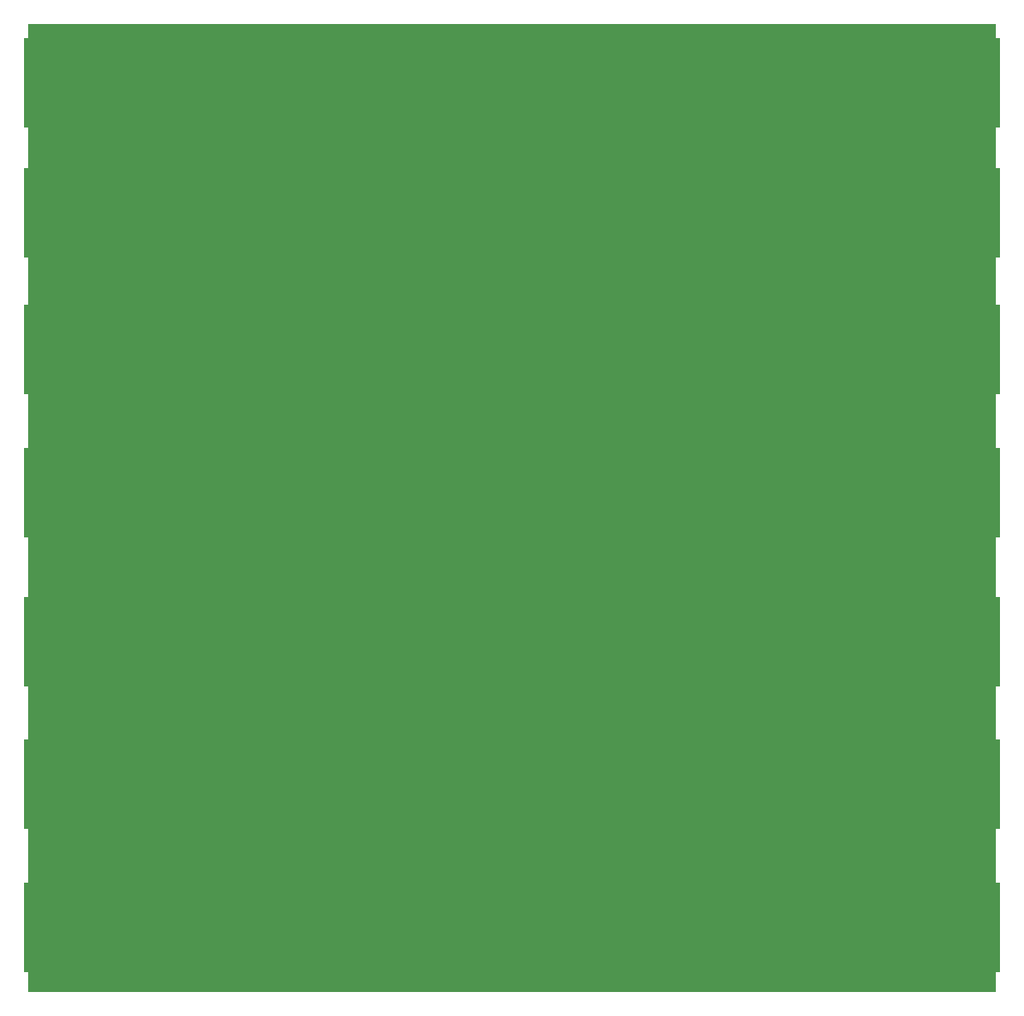
<source format=gbl>
G04 EAGLE Gerber RS-274X export*
G75*
%MOMM*%
%FSLAX34Y34*%
%LPD*%
%INBottom Copper Layer*%
%IPPOS*%
%AMOC8*
5,1,8,0,0,1.08239X$1,22.5*%
G01*
%ADD10C,0.554000*%
%ADD11R,4.572000X9.144000*%
%ADD12C,0.704000*%

G36*
X992398Y3814D02*
X992398Y3814D01*
X992417Y3812D01*
X992519Y3834D01*
X992621Y3850D01*
X992638Y3860D01*
X992658Y3864D01*
X992747Y3917D01*
X992838Y3966D01*
X992852Y3980D01*
X992869Y3990D01*
X992936Y4069D01*
X993008Y4144D01*
X993016Y4162D01*
X993029Y4177D01*
X993068Y4273D01*
X993111Y4367D01*
X993113Y4387D01*
X993121Y4405D01*
X993139Y4572D01*
X993139Y992378D01*
X993136Y992398D01*
X993138Y992417D01*
X993116Y992519D01*
X993100Y992621D01*
X993090Y992638D01*
X993086Y992658D01*
X993033Y992747D01*
X992984Y992838D01*
X992970Y992852D01*
X992960Y992869D01*
X992881Y992936D01*
X992806Y993008D01*
X992788Y993016D01*
X992773Y993029D01*
X992677Y993068D01*
X992583Y993111D01*
X992563Y993113D01*
X992545Y993121D01*
X992378Y993139D01*
X4572Y993139D01*
X4552Y993136D01*
X4533Y993138D01*
X4431Y993116D01*
X4329Y993100D01*
X4312Y993090D01*
X4292Y993086D01*
X4203Y993033D01*
X4112Y992984D01*
X4098Y992970D01*
X4081Y992960D01*
X4014Y992881D01*
X3942Y992806D01*
X3934Y992788D01*
X3921Y992773D01*
X3882Y992677D01*
X3839Y992583D01*
X3837Y992563D01*
X3829Y992545D01*
X3811Y992378D01*
X3811Y4572D01*
X3814Y4552D01*
X3812Y4533D01*
X3834Y4431D01*
X3850Y4329D01*
X3860Y4312D01*
X3864Y4292D01*
X3917Y4203D01*
X3966Y4112D01*
X3980Y4098D01*
X3990Y4081D01*
X4069Y4014D01*
X4144Y3942D01*
X4162Y3934D01*
X4177Y3921D01*
X4273Y3882D01*
X4367Y3839D01*
X4387Y3837D01*
X4405Y3829D01*
X4572Y3811D01*
X992378Y3811D01*
X992398Y3814D01*
G37*
D10*
X990600Y53340D03*
X957580Y83820D03*
X957580Y55880D03*
X990600Y86360D03*
X985520Y109220D03*
X960120Y109220D03*
X985520Y30480D03*
X960120Y30480D03*
X972820Y30480D03*
X972820Y109220D03*
X974090Y83820D03*
X974090Y55880D03*
D11*
X974090Y69850D03*
D10*
X11430Y86360D03*
X11430Y53340D03*
X36830Y86360D03*
X36830Y53340D03*
X11430Y30480D03*
X36830Y30480D03*
X11430Y109220D03*
X36830Y109220D03*
X24130Y109220D03*
X24130Y30480D03*
X24130Y53340D03*
X24130Y86360D03*
D11*
X22860Y69850D03*
D10*
X990600Y199390D03*
X957580Y229870D03*
X957580Y201930D03*
X990600Y232410D03*
X985520Y255270D03*
X960120Y255270D03*
X985520Y176530D03*
X960120Y176530D03*
X972820Y176530D03*
X972820Y255270D03*
X974090Y229870D03*
X974090Y201930D03*
D11*
X974090Y215900D03*
D10*
X11430Y232410D03*
X11430Y199390D03*
X36830Y232410D03*
X36830Y199390D03*
X11430Y176530D03*
X36830Y176530D03*
X11430Y255270D03*
X36830Y255270D03*
X24130Y255270D03*
X24130Y176530D03*
X24130Y199390D03*
X24130Y232410D03*
D11*
X22860Y215900D03*
D10*
X990600Y497840D03*
X957580Y528320D03*
X957580Y500380D03*
X990600Y530860D03*
X985520Y553720D03*
X960120Y553720D03*
X985520Y474980D03*
X960120Y474980D03*
X972820Y474980D03*
X972820Y553720D03*
X974090Y528320D03*
X974090Y500380D03*
D11*
X974090Y514350D03*
D10*
X11430Y530860D03*
X11430Y497840D03*
X36830Y530860D03*
X36830Y497840D03*
X11430Y474980D03*
X36830Y474980D03*
X11430Y553720D03*
X36830Y553720D03*
X24130Y553720D03*
X24130Y474980D03*
X24130Y497840D03*
X24130Y530860D03*
D11*
X22860Y514350D03*
D10*
X990600Y643890D03*
X957580Y674370D03*
X957580Y646430D03*
X990600Y676910D03*
X985520Y699770D03*
X960120Y699770D03*
X985520Y621030D03*
X960120Y621030D03*
X972820Y621030D03*
X972820Y699770D03*
X974090Y674370D03*
X974090Y646430D03*
D11*
X974090Y660400D03*
D10*
X11430Y676910D03*
X11430Y643890D03*
X36830Y676910D03*
X36830Y643890D03*
X11430Y621030D03*
X36830Y621030D03*
X11430Y699770D03*
X36830Y699770D03*
X24130Y699770D03*
X24130Y621030D03*
X24130Y643890D03*
X24130Y676910D03*
D11*
X22860Y660400D03*
D10*
X11430Y816610D03*
X11430Y783590D03*
X36830Y816610D03*
X36830Y783590D03*
X11430Y760730D03*
X36830Y760730D03*
X11430Y839470D03*
X36830Y839470D03*
X24130Y839470D03*
X24130Y760730D03*
X24130Y783590D03*
X24130Y816610D03*
D11*
X22860Y800100D03*
D10*
X990600Y783590D03*
X957580Y814070D03*
X957580Y786130D03*
X990600Y816610D03*
X985520Y839470D03*
X960120Y839470D03*
X985520Y760730D03*
X960120Y760730D03*
X972820Y760730D03*
X972820Y839470D03*
X974090Y814070D03*
X974090Y786130D03*
D11*
X974090Y800100D03*
D10*
X11430Y949960D03*
X11430Y916940D03*
X36830Y949960D03*
X36830Y916940D03*
X11430Y894080D03*
X36830Y894080D03*
X11430Y972820D03*
X36830Y972820D03*
X24130Y972820D03*
X24130Y894080D03*
X24130Y916940D03*
X24130Y949960D03*
D11*
X22860Y933450D03*
D10*
X990600Y916940D03*
X957580Y947420D03*
X957580Y919480D03*
X990600Y949960D03*
X985520Y972820D03*
X960120Y972820D03*
X985520Y894080D03*
X960120Y894080D03*
X972820Y894080D03*
X972820Y972820D03*
X974090Y947420D03*
X974090Y919480D03*
D11*
X974090Y933450D03*
D10*
X11430Y378460D03*
X11430Y345440D03*
X36830Y378460D03*
X36830Y345440D03*
X11430Y322580D03*
X36830Y322580D03*
X11430Y401320D03*
X36830Y401320D03*
X24130Y401320D03*
X24130Y322580D03*
X24130Y345440D03*
X24130Y378460D03*
D11*
X22860Y361950D03*
D10*
X990600Y345440D03*
X957580Y375920D03*
X957580Y347980D03*
X990600Y378460D03*
X985520Y401320D03*
X960120Y401320D03*
X985520Y322580D03*
X960120Y322580D03*
X972820Y322580D03*
X972820Y401320D03*
X974090Y375920D03*
X974090Y347980D03*
D11*
X974090Y361950D03*
D12*
X57150Y952500D03*
X82550Y952500D03*
X107950Y952500D03*
X133350Y952500D03*
X158750Y952500D03*
X184150Y952500D03*
X209550Y952500D03*
X234950Y952500D03*
X260350Y952500D03*
X285750Y952500D03*
X311150Y952500D03*
X336550Y952500D03*
X361950Y952500D03*
X387350Y952500D03*
X412750Y952500D03*
X438150Y952500D03*
X463550Y952500D03*
X488950Y952500D03*
X514350Y952500D03*
X539750Y952500D03*
X565150Y952500D03*
X590550Y952500D03*
X615950Y952500D03*
X641350Y952500D03*
X666750Y952500D03*
X692150Y952500D03*
X717550Y952500D03*
X742950Y952500D03*
X768350Y952500D03*
X793750Y952500D03*
X819150Y952500D03*
X844550Y952500D03*
X869950Y952500D03*
X895350Y952500D03*
X920750Y952500D03*
X946150Y952500D03*
X57150Y914400D03*
X82550Y914400D03*
X107950Y914400D03*
X133350Y914400D03*
X158750Y914400D03*
X184150Y914400D03*
X209550Y914400D03*
X234950Y914400D03*
X260350Y914400D03*
X285750Y914400D03*
X311150Y914400D03*
X336550Y914400D03*
X361950Y914400D03*
X387350Y914400D03*
X412750Y914400D03*
X438150Y914400D03*
X463550Y914400D03*
X488950Y914400D03*
X514350Y914400D03*
X539750Y914400D03*
X565150Y914400D03*
X590550Y914400D03*
X615950Y914400D03*
X641350Y914400D03*
X666750Y914400D03*
X692150Y914400D03*
X717550Y914400D03*
X742950Y914400D03*
X768350Y914400D03*
X793750Y914400D03*
X819150Y914400D03*
X844550Y914400D03*
X869950Y914400D03*
X895350Y914400D03*
X920750Y914400D03*
X946150Y914400D03*
X57150Y819150D03*
X82550Y819150D03*
X107950Y819150D03*
X133350Y819150D03*
X158750Y819150D03*
X184150Y819150D03*
X209550Y819150D03*
X234950Y819150D03*
X260350Y819150D03*
X285750Y819150D03*
X311150Y819150D03*
X336550Y819150D03*
X361950Y819150D03*
X387350Y819150D03*
X412750Y819150D03*
X438150Y819150D03*
X463550Y819150D03*
X488950Y819150D03*
X514350Y819150D03*
X539750Y819150D03*
X565150Y819150D03*
X590550Y819150D03*
X615950Y819150D03*
X641350Y819150D03*
X666750Y819150D03*
X692150Y819150D03*
X717550Y819150D03*
X742950Y819150D03*
X768350Y819150D03*
X793750Y819150D03*
X819150Y819150D03*
X844550Y819150D03*
X869950Y819150D03*
X895350Y819150D03*
X920750Y819150D03*
X946150Y819150D03*
X57150Y781050D03*
X82550Y781050D03*
X107950Y781050D03*
X133350Y781050D03*
X158750Y781050D03*
X184150Y781050D03*
X209550Y781050D03*
X234950Y781050D03*
X260350Y781050D03*
X285750Y781050D03*
X311150Y781050D03*
X336550Y781050D03*
X361950Y781050D03*
X387350Y781050D03*
X412750Y781050D03*
X438150Y781050D03*
X463550Y781050D03*
X488950Y781050D03*
X514350Y781050D03*
X539750Y781050D03*
X565150Y781050D03*
X590550Y781050D03*
X615950Y781050D03*
X641350Y781050D03*
X666750Y781050D03*
X692150Y781050D03*
X717550Y781050D03*
X742950Y781050D03*
X768350Y781050D03*
X793750Y781050D03*
X819150Y781050D03*
X844550Y781050D03*
X869950Y781050D03*
X895350Y781050D03*
X920750Y781050D03*
X946150Y781050D03*
X57150Y679450D03*
X82550Y679450D03*
X107950Y679450D03*
X133350Y679450D03*
X158750Y679450D03*
X184150Y679450D03*
X209550Y679450D03*
X234950Y679450D03*
X260350Y679450D03*
X285750Y679450D03*
X311150Y679450D03*
X336550Y679450D03*
X361950Y679450D03*
X387350Y679450D03*
X412750Y679450D03*
X438150Y679450D03*
X463550Y679450D03*
X488950Y679450D03*
X514350Y679450D03*
X539750Y679450D03*
X565150Y679450D03*
X590550Y679450D03*
X615950Y679450D03*
X641350Y679450D03*
X666750Y679450D03*
X692150Y679450D03*
X717550Y679450D03*
X742950Y679450D03*
X768350Y679450D03*
X793750Y679450D03*
X819150Y679450D03*
X844550Y679450D03*
X869950Y679450D03*
X895350Y679450D03*
X920750Y679450D03*
X946150Y679450D03*
X57150Y641350D03*
X82550Y641350D03*
X107950Y641350D03*
X133350Y641350D03*
X158750Y641350D03*
X184150Y641350D03*
X209550Y641350D03*
X234950Y641350D03*
X260350Y641350D03*
X285750Y641350D03*
X311150Y641350D03*
X336550Y641350D03*
X361950Y641350D03*
X387350Y641350D03*
X412750Y641350D03*
X438150Y641350D03*
X463550Y641350D03*
X488950Y641350D03*
X514350Y641350D03*
X539750Y641350D03*
X565150Y641350D03*
X590550Y641350D03*
X615950Y641350D03*
X641350Y641350D03*
X666750Y641350D03*
X692150Y641350D03*
X717550Y641350D03*
X742950Y641350D03*
X768350Y641350D03*
X793750Y641350D03*
X819150Y641350D03*
X844550Y641350D03*
X869950Y641350D03*
X895350Y641350D03*
X920750Y641350D03*
X946150Y641350D03*
X57150Y533400D03*
X82550Y533400D03*
X107950Y533400D03*
X133350Y533400D03*
X158750Y533400D03*
X184150Y533400D03*
X209550Y533400D03*
X234950Y533400D03*
X260350Y533400D03*
X285750Y533400D03*
X311150Y533400D03*
X336550Y533400D03*
X361950Y533400D03*
X387350Y533400D03*
X412750Y533400D03*
X438150Y533400D03*
X463550Y533400D03*
X488950Y533400D03*
X514350Y533400D03*
X539750Y533400D03*
X565150Y533400D03*
X590550Y533400D03*
X615950Y533400D03*
X641350Y533400D03*
X666750Y533400D03*
X692150Y533400D03*
X717550Y533400D03*
X742950Y533400D03*
X768350Y533400D03*
X793750Y533400D03*
X819150Y533400D03*
X844550Y533400D03*
X869950Y533400D03*
X895350Y533400D03*
X920750Y533400D03*
X946150Y533400D03*
X57150Y495300D03*
X82550Y495300D03*
X107950Y495300D03*
X133350Y495300D03*
X158750Y495300D03*
X184150Y495300D03*
X209550Y495300D03*
X234950Y495300D03*
X260350Y495300D03*
X285750Y495300D03*
X311150Y495300D03*
X336550Y495300D03*
X361950Y495300D03*
X387350Y495300D03*
X412750Y495300D03*
X438150Y495300D03*
X463550Y495300D03*
X488950Y495300D03*
X514350Y495300D03*
X539750Y495300D03*
X565150Y495300D03*
X590550Y495300D03*
X615950Y495300D03*
X641350Y495300D03*
X666750Y495300D03*
X692150Y495300D03*
X717550Y495300D03*
X742950Y495300D03*
X768350Y495300D03*
X793750Y495300D03*
X819150Y495300D03*
X844550Y495300D03*
X869950Y495300D03*
X895350Y495300D03*
X920750Y495300D03*
X946150Y495300D03*
X57150Y381000D03*
X82550Y381000D03*
X107950Y381000D03*
X133350Y381000D03*
X158750Y381000D03*
X184150Y381000D03*
X209550Y381000D03*
X234950Y381000D03*
X260350Y381000D03*
X285750Y381000D03*
X311150Y381000D03*
X336550Y381000D03*
X361950Y381000D03*
X387350Y381000D03*
X412750Y381000D03*
X438150Y381000D03*
X463550Y381000D03*
X488950Y381000D03*
X514350Y381000D03*
X539750Y381000D03*
X565150Y381000D03*
X590550Y381000D03*
X615950Y381000D03*
X641350Y381000D03*
X666750Y381000D03*
X692150Y381000D03*
X717550Y381000D03*
X742950Y381000D03*
X768350Y381000D03*
X793750Y381000D03*
X819150Y381000D03*
X844550Y381000D03*
X869950Y381000D03*
X895350Y381000D03*
X920750Y381000D03*
X946150Y381000D03*
X57150Y342900D03*
X82550Y342900D03*
X107950Y342900D03*
X133350Y342900D03*
X158750Y342900D03*
X184150Y342900D03*
X209550Y342900D03*
X234950Y342900D03*
X260350Y342900D03*
X285750Y342900D03*
X311150Y342900D03*
X336550Y342900D03*
X361950Y342900D03*
X387350Y342900D03*
X412750Y342900D03*
X438150Y342900D03*
X463550Y342900D03*
X488950Y342900D03*
X514350Y342900D03*
X539750Y342900D03*
X565150Y342900D03*
X590550Y342900D03*
X615950Y342900D03*
X641350Y342900D03*
X666750Y342900D03*
X692150Y342900D03*
X717550Y342900D03*
X742950Y342900D03*
X768350Y342900D03*
X793750Y342900D03*
X819150Y342900D03*
X844550Y342900D03*
X869950Y342900D03*
X895350Y342900D03*
X920750Y342900D03*
X946150Y342900D03*
X57150Y234950D03*
X82550Y234950D03*
X107950Y234950D03*
X133350Y234950D03*
X158750Y234950D03*
X184150Y234950D03*
X209550Y234950D03*
X234950Y234950D03*
X260350Y234950D03*
X285750Y234950D03*
X311150Y234950D03*
X336550Y234950D03*
X361950Y234950D03*
X387350Y234950D03*
X412750Y234950D03*
X438150Y234950D03*
X463550Y234950D03*
X488950Y234950D03*
X514350Y234950D03*
X539750Y234950D03*
X565150Y234950D03*
X590550Y234950D03*
X615950Y234950D03*
X641350Y234950D03*
X666750Y234950D03*
X692150Y234950D03*
X717550Y234950D03*
X742950Y234950D03*
X768350Y234950D03*
X793750Y234950D03*
X819150Y234950D03*
X844550Y234950D03*
X869950Y234950D03*
X895350Y234950D03*
X920750Y234950D03*
X946150Y234950D03*
X57150Y196850D03*
X82550Y196850D03*
X107950Y196850D03*
X133350Y196850D03*
X158750Y196850D03*
X184150Y196850D03*
X209550Y196850D03*
X234950Y196850D03*
X260350Y196850D03*
X285750Y196850D03*
X311150Y196850D03*
X336550Y196850D03*
X361950Y196850D03*
X387350Y196850D03*
X412750Y196850D03*
X438150Y196850D03*
X463550Y196850D03*
X488950Y196850D03*
X514350Y196850D03*
X539750Y196850D03*
X565150Y196850D03*
X590550Y196850D03*
X615950Y196850D03*
X641350Y196850D03*
X666750Y196850D03*
X692150Y196850D03*
X717550Y196850D03*
X742950Y196850D03*
X768350Y196850D03*
X793750Y196850D03*
X819150Y196850D03*
X844550Y196850D03*
X869950Y196850D03*
X895350Y196850D03*
X920750Y196850D03*
X946150Y196850D03*
X57150Y88900D03*
X82550Y88900D03*
X107950Y88900D03*
X133350Y88900D03*
X158750Y88900D03*
X184150Y88900D03*
X209550Y88900D03*
X234950Y88900D03*
X260350Y88900D03*
X285750Y88900D03*
X311150Y88900D03*
X336550Y88900D03*
X361950Y88900D03*
X387350Y88900D03*
X412750Y88900D03*
X438150Y88900D03*
X463550Y88900D03*
X488950Y88900D03*
X514350Y88900D03*
X539750Y88900D03*
X565150Y88900D03*
X590550Y88900D03*
X615950Y88900D03*
X641350Y88900D03*
X666750Y88900D03*
X692150Y88900D03*
X717550Y88900D03*
X742950Y88900D03*
X768350Y88900D03*
X793750Y88900D03*
X819150Y88900D03*
X844550Y88900D03*
X869950Y88900D03*
X895350Y88900D03*
X920750Y88900D03*
X946150Y88900D03*
X57150Y50800D03*
X82550Y50800D03*
X107950Y50800D03*
X133350Y50800D03*
X158750Y50800D03*
X184150Y50800D03*
X209550Y50800D03*
X234950Y50800D03*
X260350Y50800D03*
X285750Y50800D03*
X311150Y50800D03*
X336550Y50800D03*
X361950Y50800D03*
X387350Y50800D03*
X412750Y50800D03*
X438150Y50800D03*
X463550Y50800D03*
X488950Y50800D03*
X514350Y50800D03*
X539750Y50800D03*
X565150Y50800D03*
X590550Y50800D03*
X615950Y50800D03*
X641350Y50800D03*
X666750Y50800D03*
X692150Y50800D03*
X717550Y50800D03*
X742950Y50800D03*
X768350Y50800D03*
X793750Y50800D03*
X819150Y50800D03*
X844550Y50800D03*
X869950Y50800D03*
X895350Y50800D03*
X920750Y50800D03*
X946150Y50800D03*
M02*

</source>
